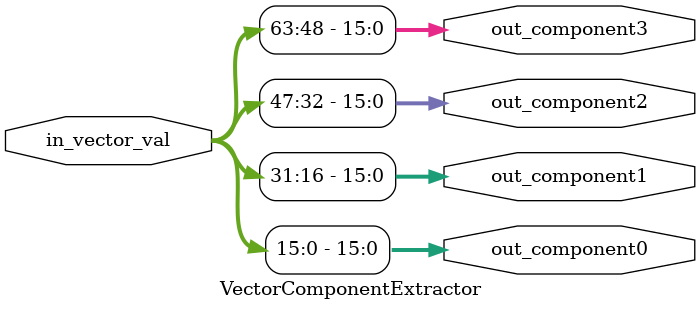
<source format=v>
								
module VectorComponentExtractor(
								// Inputs:
								// 1 64-bit value from a vector register
								in_vector_val,
								// Outputs:
								// 4 16-bit values extracted from 4 components of input vector value
								// component0 is least significant bits, component3 is most significant bits
								out_component0,
								out_component1,
								out_component2,
								out_component3);
								
	// input/output declarations
	input [63:0] in_vector_val;
	output [15:0] out_component0;
	output [15:0] out_component1;
	output [15:0] out_component2;
	output [15:0] out_component3;
	
	// wire assignments - extracts components from vector value
	assign out_component0 = in_vector_val[15:0];
	assign out_component1 = in_vector_val[31:16];
	assign out_component2 = in_vector_val[47:32];
	assign out_component3 = in_vector_val[63:48];

endmodule
</source>
